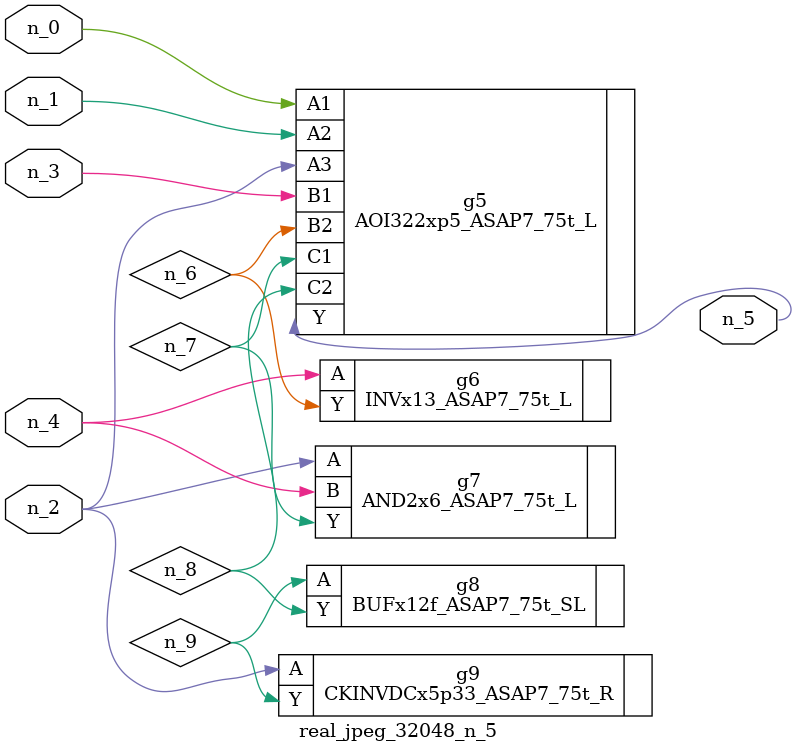
<source format=v>
module real_jpeg_32048_n_5 (n_4, n_0, n_1, n_2, n_3, n_5);

input n_4;
input n_0;
input n_1;
input n_2;
input n_3;

output n_5;

wire n_8;
wire n_6;
wire n_7;
wire n_9;

AOI322xp5_ASAP7_75t_L g5 ( 
.A1(n_0),
.A2(n_1),
.A3(n_2),
.B1(n_3),
.B2(n_6),
.C1(n_7),
.C2(n_8),
.Y(n_5)
);

AND2x6_ASAP7_75t_L g7 ( 
.A(n_2),
.B(n_4),
.Y(n_7)
);

CKINVDCx5p33_ASAP7_75t_R g9 ( 
.A(n_2),
.Y(n_9)
);

INVx13_ASAP7_75t_L g6 ( 
.A(n_4),
.Y(n_6)
);

BUFx12f_ASAP7_75t_SL g8 ( 
.A(n_9),
.Y(n_8)
);


endmodule
</source>
